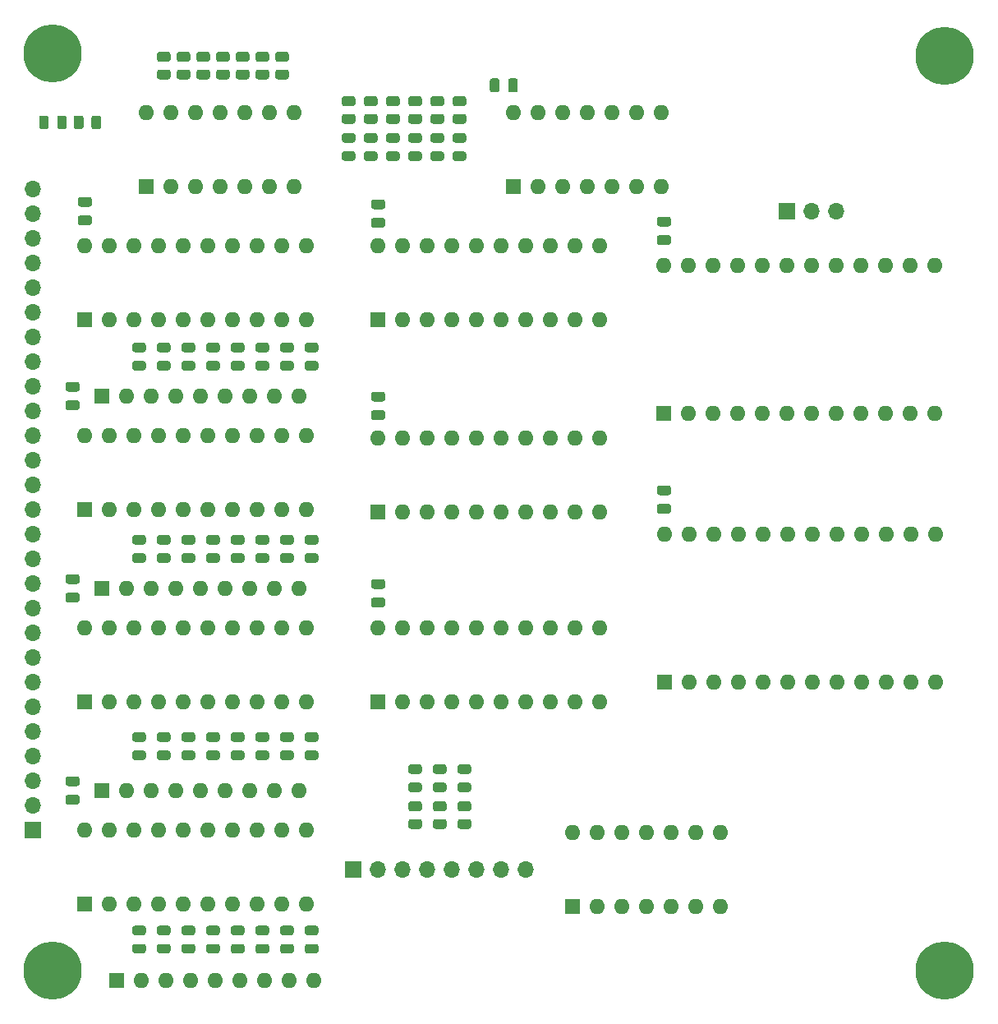
<source format=gbr>
%TF.GenerationSoftware,KiCad,Pcbnew,(5.1.10-1-10_14)*%
%TF.CreationDate,2021-07-31T09:22:51-04:00*%
%TF.ProjectId,register-smd,72656769-7374-4657-922d-736d642e6b69,rev?*%
%TF.SameCoordinates,Original*%
%TF.FileFunction,Soldermask,Top*%
%TF.FilePolarity,Negative*%
%FSLAX46Y46*%
G04 Gerber Fmt 4.6, Leading zero omitted, Abs format (unit mm)*
G04 Created by KiCad (PCBNEW (5.1.10-1-10_14)) date 2021-07-31 09:22:51*
%MOMM*%
%LPD*%
G01*
G04 APERTURE LIST*
%ADD10O,1.600000X1.600000*%
%ADD11R,1.600000X1.600000*%
%ADD12O,1.700000X1.700000*%
%ADD13R,1.700000X1.700000*%
%ADD14C,0.800000*%
%ADD15C,6.000000*%
G04 APERTURE END LIST*
D10*
%TO.C,RN2*%
X104394000Y-120396000D03*
X101854000Y-120396000D03*
X99314000Y-120396000D03*
X96774000Y-120396000D03*
X94234000Y-120396000D03*
X91694000Y-120396000D03*
X89154000Y-120396000D03*
X86614000Y-120396000D03*
D11*
X84074000Y-120396000D03*
%TD*%
%TO.C,R11*%
G36*
G01*
X112210001Y-90532000D02*
X111309999Y-90532000D01*
G75*
G02*
X111060000Y-90282001I0J249999D01*
G01*
X111060000Y-89756999D01*
G75*
G02*
X111309999Y-89507000I249999J0D01*
G01*
X112210001Y-89507000D01*
G75*
G02*
X112460000Y-89756999I0J-249999D01*
G01*
X112460000Y-90282001D01*
G75*
G02*
X112210001Y-90532000I-249999J0D01*
G01*
G37*
G36*
G01*
X112210001Y-92357000D02*
X111309999Y-92357000D01*
G75*
G02*
X111060000Y-92107001I0J249999D01*
G01*
X111060000Y-91581999D01*
G75*
G02*
X111309999Y-91332000I249999J0D01*
G01*
X112210001Y-91332000D01*
G75*
G02*
X112460000Y-91581999I0J-249999D01*
G01*
X112460000Y-92107001D01*
G75*
G02*
X112210001Y-92357000I-249999J0D01*
G01*
G37*
%TD*%
%TO.C,R10*%
G36*
G01*
X109924001Y-90532000D02*
X109023999Y-90532000D01*
G75*
G02*
X108774000Y-90282001I0J249999D01*
G01*
X108774000Y-89756999D01*
G75*
G02*
X109023999Y-89507000I249999J0D01*
G01*
X109924001Y-89507000D01*
G75*
G02*
X110174000Y-89756999I0J-249999D01*
G01*
X110174000Y-90282001D01*
G75*
G02*
X109924001Y-90532000I-249999J0D01*
G01*
G37*
G36*
G01*
X109924001Y-92357000D02*
X109023999Y-92357000D01*
G75*
G02*
X108774000Y-92107001I0J249999D01*
G01*
X108774000Y-91581999D01*
G75*
G02*
X109023999Y-91332000I249999J0D01*
G01*
X109924001Y-91332000D01*
G75*
G02*
X110174000Y-91581999I0J-249999D01*
G01*
X110174000Y-92107001D01*
G75*
G02*
X109924001Y-92357000I-249999J0D01*
G01*
G37*
%TD*%
%TO.C,D21*%
G36*
G01*
X111303750Y-95192000D02*
X112216250Y-95192000D01*
G75*
G02*
X112460000Y-95435750I0J-243750D01*
G01*
X112460000Y-95923250D01*
G75*
G02*
X112216250Y-96167000I-243750J0D01*
G01*
X111303750Y-96167000D01*
G75*
G02*
X111060000Y-95923250I0J243750D01*
G01*
X111060000Y-95435750D01*
G75*
G02*
X111303750Y-95192000I243750J0D01*
G01*
G37*
G36*
G01*
X111303750Y-93317000D02*
X112216250Y-93317000D01*
G75*
G02*
X112460000Y-93560750I0J-243750D01*
G01*
X112460000Y-94048250D01*
G75*
G02*
X112216250Y-94292000I-243750J0D01*
G01*
X111303750Y-94292000D01*
G75*
G02*
X111060000Y-94048250I0J243750D01*
G01*
X111060000Y-93560750D01*
G75*
G02*
X111303750Y-93317000I243750J0D01*
G01*
G37*
%TD*%
%TO.C,D20*%
G36*
G01*
X109025750Y-95192000D02*
X109938250Y-95192000D01*
G75*
G02*
X110182000Y-95435750I0J-243750D01*
G01*
X110182000Y-95923250D01*
G75*
G02*
X109938250Y-96167000I-243750J0D01*
G01*
X109025750Y-96167000D01*
G75*
G02*
X108782000Y-95923250I0J243750D01*
G01*
X108782000Y-95435750D01*
G75*
G02*
X109025750Y-95192000I243750J0D01*
G01*
G37*
G36*
G01*
X109025750Y-93317000D02*
X109938250Y-93317000D01*
G75*
G02*
X110182000Y-93560750I0J-243750D01*
G01*
X110182000Y-94048250D01*
G75*
G02*
X109938250Y-94292000I-243750J0D01*
G01*
X109025750Y-94292000D01*
G75*
G02*
X108782000Y-94048250I0J243750D01*
G01*
X108782000Y-93560750D01*
G75*
G02*
X109025750Y-93317000I243750J0D01*
G01*
G37*
%TD*%
%TO.C,D19*%
G36*
G01*
X88340250Y-115882000D02*
X87427750Y-115882000D01*
G75*
G02*
X87184000Y-115638250I0J243750D01*
G01*
X87184000Y-115150750D01*
G75*
G02*
X87427750Y-114907000I243750J0D01*
G01*
X88340250Y-114907000D01*
G75*
G02*
X88584000Y-115150750I0J-243750D01*
G01*
X88584000Y-115638250D01*
G75*
G02*
X88340250Y-115882000I-243750J0D01*
G01*
G37*
G36*
G01*
X88340250Y-117757000D02*
X87427750Y-117757000D01*
G75*
G02*
X87184000Y-117513250I0J243750D01*
G01*
X87184000Y-117025750D01*
G75*
G02*
X87427750Y-116782000I243750J0D01*
G01*
X88340250Y-116782000D01*
G75*
G02*
X88584000Y-117025750I0J-243750D01*
G01*
X88584000Y-117513250D01*
G75*
G02*
X88340250Y-117757000I-243750J0D01*
G01*
G37*
%TD*%
%TO.C,D18*%
G36*
G01*
X90880250Y-115882000D02*
X89967750Y-115882000D01*
G75*
G02*
X89724000Y-115638250I0J243750D01*
G01*
X89724000Y-115150750D01*
G75*
G02*
X89967750Y-114907000I243750J0D01*
G01*
X90880250Y-114907000D01*
G75*
G02*
X91124000Y-115150750I0J-243750D01*
G01*
X91124000Y-115638250D01*
G75*
G02*
X90880250Y-115882000I-243750J0D01*
G01*
G37*
G36*
G01*
X90880250Y-117757000D02*
X89967750Y-117757000D01*
G75*
G02*
X89724000Y-117513250I0J243750D01*
G01*
X89724000Y-117025750D01*
G75*
G02*
X89967750Y-116782000I243750J0D01*
G01*
X90880250Y-116782000D01*
G75*
G02*
X91124000Y-117025750I0J-243750D01*
G01*
X91124000Y-117513250D01*
G75*
G02*
X90880250Y-117757000I-243750J0D01*
G01*
G37*
%TD*%
%TO.C,D17*%
G36*
G01*
X93420250Y-115882000D02*
X92507750Y-115882000D01*
G75*
G02*
X92264000Y-115638250I0J243750D01*
G01*
X92264000Y-115150750D01*
G75*
G02*
X92507750Y-114907000I243750J0D01*
G01*
X93420250Y-114907000D01*
G75*
G02*
X93664000Y-115150750I0J-243750D01*
G01*
X93664000Y-115638250D01*
G75*
G02*
X93420250Y-115882000I-243750J0D01*
G01*
G37*
G36*
G01*
X93420250Y-117757000D02*
X92507750Y-117757000D01*
G75*
G02*
X92264000Y-117513250I0J243750D01*
G01*
X92264000Y-117025750D01*
G75*
G02*
X92507750Y-116782000I243750J0D01*
G01*
X93420250Y-116782000D01*
G75*
G02*
X93664000Y-117025750I0J-243750D01*
G01*
X93664000Y-117513250D01*
G75*
G02*
X93420250Y-117757000I-243750J0D01*
G01*
G37*
%TD*%
%TO.C,D16*%
G36*
G01*
X95960250Y-115882000D02*
X95047750Y-115882000D01*
G75*
G02*
X94804000Y-115638250I0J243750D01*
G01*
X94804000Y-115150750D01*
G75*
G02*
X95047750Y-114907000I243750J0D01*
G01*
X95960250Y-114907000D01*
G75*
G02*
X96204000Y-115150750I0J-243750D01*
G01*
X96204000Y-115638250D01*
G75*
G02*
X95960250Y-115882000I-243750J0D01*
G01*
G37*
G36*
G01*
X95960250Y-117757000D02*
X95047750Y-117757000D01*
G75*
G02*
X94804000Y-117513250I0J243750D01*
G01*
X94804000Y-117025750D01*
G75*
G02*
X95047750Y-116782000I243750J0D01*
G01*
X95960250Y-116782000D01*
G75*
G02*
X96204000Y-117025750I0J-243750D01*
G01*
X96204000Y-117513250D01*
G75*
G02*
X95960250Y-117757000I-243750J0D01*
G01*
G37*
%TD*%
%TO.C,D15*%
G36*
G01*
X98500250Y-115882000D02*
X97587750Y-115882000D01*
G75*
G02*
X97344000Y-115638250I0J243750D01*
G01*
X97344000Y-115150750D01*
G75*
G02*
X97587750Y-114907000I243750J0D01*
G01*
X98500250Y-114907000D01*
G75*
G02*
X98744000Y-115150750I0J-243750D01*
G01*
X98744000Y-115638250D01*
G75*
G02*
X98500250Y-115882000I-243750J0D01*
G01*
G37*
G36*
G01*
X98500250Y-117757000D02*
X97587750Y-117757000D01*
G75*
G02*
X97344000Y-117513250I0J243750D01*
G01*
X97344000Y-117025750D01*
G75*
G02*
X97587750Y-116782000I243750J0D01*
G01*
X98500250Y-116782000D01*
G75*
G02*
X98744000Y-117025750I0J-243750D01*
G01*
X98744000Y-117513250D01*
G75*
G02*
X98500250Y-117757000I-243750J0D01*
G01*
G37*
%TD*%
%TO.C,D14*%
G36*
G01*
X101040250Y-115882000D02*
X100127750Y-115882000D01*
G75*
G02*
X99884000Y-115638250I0J243750D01*
G01*
X99884000Y-115150750D01*
G75*
G02*
X100127750Y-114907000I243750J0D01*
G01*
X101040250Y-114907000D01*
G75*
G02*
X101284000Y-115150750I0J-243750D01*
G01*
X101284000Y-115638250D01*
G75*
G02*
X101040250Y-115882000I-243750J0D01*
G01*
G37*
G36*
G01*
X101040250Y-117757000D02*
X100127750Y-117757000D01*
G75*
G02*
X99884000Y-117513250I0J243750D01*
G01*
X99884000Y-117025750D01*
G75*
G02*
X100127750Y-116782000I243750J0D01*
G01*
X101040250Y-116782000D01*
G75*
G02*
X101284000Y-117025750I0J-243750D01*
G01*
X101284000Y-117513250D01*
G75*
G02*
X101040250Y-117757000I-243750J0D01*
G01*
G37*
%TD*%
%TO.C,D13*%
G36*
G01*
X103580250Y-115882000D02*
X102667750Y-115882000D01*
G75*
G02*
X102424000Y-115638250I0J243750D01*
G01*
X102424000Y-115150750D01*
G75*
G02*
X102667750Y-114907000I243750J0D01*
G01*
X103580250Y-114907000D01*
G75*
G02*
X103824000Y-115150750I0J-243750D01*
G01*
X103824000Y-115638250D01*
G75*
G02*
X103580250Y-115882000I-243750J0D01*
G01*
G37*
G36*
G01*
X103580250Y-117757000D02*
X102667750Y-117757000D01*
G75*
G02*
X102424000Y-117513250I0J243750D01*
G01*
X102424000Y-117025750D01*
G75*
G02*
X102667750Y-116782000I243750J0D01*
G01*
X103580250Y-116782000D01*
G75*
G02*
X103824000Y-117025750I0J-243750D01*
G01*
X103824000Y-117513250D01*
G75*
G02*
X103580250Y-117757000I-243750J0D01*
G01*
G37*
%TD*%
%TO.C,D12*%
G36*
G01*
X106120250Y-115882000D02*
X105207750Y-115882000D01*
G75*
G02*
X104964000Y-115638250I0J243750D01*
G01*
X104964000Y-115150750D01*
G75*
G02*
X105207750Y-114907000I243750J0D01*
G01*
X106120250Y-114907000D01*
G75*
G02*
X106364000Y-115150750I0J-243750D01*
G01*
X106364000Y-115638250D01*
G75*
G02*
X106120250Y-115882000I-243750J0D01*
G01*
G37*
G36*
G01*
X106120250Y-117757000D02*
X105207750Y-117757000D01*
G75*
G02*
X104964000Y-117513250I0J243750D01*
G01*
X104964000Y-117025750D01*
G75*
G02*
X105207750Y-116782000I243750J0D01*
G01*
X106120250Y-116782000D01*
G75*
G02*
X106364000Y-117025750I0J-243750D01*
G01*
X106364000Y-117513250D01*
G75*
G02*
X106120250Y-117757000I-243750J0D01*
G01*
G37*
%TD*%
D10*
%TO.C,RN3*%
X104394000Y-140208000D03*
X101854000Y-140208000D03*
X99314000Y-140208000D03*
X96774000Y-140208000D03*
X94234000Y-140208000D03*
X91694000Y-140208000D03*
X89154000Y-140208000D03*
X86614000Y-140208000D03*
D11*
X84074000Y-140208000D03*
%TD*%
%TO.C,R14*%
G36*
G01*
X116782001Y-90532000D02*
X115881999Y-90532000D01*
G75*
G02*
X115632000Y-90282001I0J249999D01*
G01*
X115632000Y-89756999D01*
G75*
G02*
X115881999Y-89507000I249999J0D01*
G01*
X116782001Y-89507000D01*
G75*
G02*
X117032000Y-89756999I0J-249999D01*
G01*
X117032000Y-90282001D01*
G75*
G02*
X116782001Y-90532000I-249999J0D01*
G01*
G37*
G36*
G01*
X116782001Y-92357000D02*
X115881999Y-92357000D01*
G75*
G02*
X115632000Y-92107001I0J249999D01*
G01*
X115632000Y-91581999D01*
G75*
G02*
X115881999Y-91332000I249999J0D01*
G01*
X116782001Y-91332000D01*
G75*
G02*
X117032000Y-91581999I0J-249999D01*
G01*
X117032000Y-92107001D01*
G75*
G02*
X116782001Y-92357000I-249999J0D01*
G01*
G37*
%TD*%
%TO.C,R13*%
G36*
G01*
X114496001Y-90532000D02*
X113595999Y-90532000D01*
G75*
G02*
X113346000Y-90282001I0J249999D01*
G01*
X113346000Y-89756999D01*
G75*
G02*
X113595999Y-89507000I249999J0D01*
G01*
X114496001Y-89507000D01*
G75*
G02*
X114746000Y-89756999I0J-249999D01*
G01*
X114746000Y-90282001D01*
G75*
G02*
X114496001Y-90532000I-249999J0D01*
G01*
G37*
G36*
G01*
X114496001Y-92357000D02*
X113595999Y-92357000D01*
G75*
G02*
X113346000Y-92107001I0J249999D01*
G01*
X113346000Y-91581999D01*
G75*
G02*
X113595999Y-91332000I249999J0D01*
G01*
X114496001Y-91332000D01*
G75*
G02*
X114746000Y-91581999I0J-249999D01*
G01*
X114746000Y-92107001D01*
G75*
G02*
X114496001Y-92357000I-249999J0D01*
G01*
G37*
%TD*%
%TO.C,D31*%
G36*
G01*
X115875750Y-95192000D02*
X116788250Y-95192000D01*
G75*
G02*
X117032000Y-95435750I0J-243750D01*
G01*
X117032000Y-95923250D01*
G75*
G02*
X116788250Y-96167000I-243750J0D01*
G01*
X115875750Y-96167000D01*
G75*
G02*
X115632000Y-95923250I0J243750D01*
G01*
X115632000Y-95435750D01*
G75*
G02*
X115875750Y-95192000I243750J0D01*
G01*
G37*
G36*
G01*
X115875750Y-93317000D02*
X116788250Y-93317000D01*
G75*
G02*
X117032000Y-93560750I0J-243750D01*
G01*
X117032000Y-94048250D01*
G75*
G02*
X116788250Y-94292000I-243750J0D01*
G01*
X115875750Y-94292000D01*
G75*
G02*
X115632000Y-94048250I0J243750D01*
G01*
X115632000Y-93560750D01*
G75*
G02*
X115875750Y-93317000I243750J0D01*
G01*
G37*
%TD*%
%TO.C,D30*%
G36*
G01*
X113589750Y-95192000D02*
X114502250Y-95192000D01*
G75*
G02*
X114746000Y-95435750I0J-243750D01*
G01*
X114746000Y-95923250D01*
G75*
G02*
X114502250Y-96167000I-243750J0D01*
G01*
X113589750Y-96167000D01*
G75*
G02*
X113346000Y-95923250I0J243750D01*
G01*
X113346000Y-95435750D01*
G75*
G02*
X113589750Y-95192000I243750J0D01*
G01*
G37*
G36*
G01*
X113589750Y-93317000D02*
X114502250Y-93317000D01*
G75*
G02*
X114746000Y-93560750I0J-243750D01*
G01*
X114746000Y-94048250D01*
G75*
G02*
X114502250Y-94292000I-243750J0D01*
G01*
X113589750Y-94292000D01*
G75*
G02*
X113346000Y-94048250I0J243750D01*
G01*
X113346000Y-93560750D01*
G75*
G02*
X113589750Y-93317000I243750J0D01*
G01*
G37*
%TD*%
%TO.C,D29*%
G36*
G01*
X88340250Y-135694000D02*
X87427750Y-135694000D01*
G75*
G02*
X87184000Y-135450250I0J243750D01*
G01*
X87184000Y-134962750D01*
G75*
G02*
X87427750Y-134719000I243750J0D01*
G01*
X88340250Y-134719000D01*
G75*
G02*
X88584000Y-134962750I0J-243750D01*
G01*
X88584000Y-135450250D01*
G75*
G02*
X88340250Y-135694000I-243750J0D01*
G01*
G37*
G36*
G01*
X88340250Y-137569000D02*
X87427750Y-137569000D01*
G75*
G02*
X87184000Y-137325250I0J243750D01*
G01*
X87184000Y-136837750D01*
G75*
G02*
X87427750Y-136594000I243750J0D01*
G01*
X88340250Y-136594000D01*
G75*
G02*
X88584000Y-136837750I0J-243750D01*
G01*
X88584000Y-137325250D01*
G75*
G02*
X88340250Y-137569000I-243750J0D01*
G01*
G37*
%TD*%
%TO.C,D28*%
G36*
G01*
X90880250Y-135694000D02*
X89967750Y-135694000D01*
G75*
G02*
X89724000Y-135450250I0J243750D01*
G01*
X89724000Y-134962750D01*
G75*
G02*
X89967750Y-134719000I243750J0D01*
G01*
X90880250Y-134719000D01*
G75*
G02*
X91124000Y-134962750I0J-243750D01*
G01*
X91124000Y-135450250D01*
G75*
G02*
X90880250Y-135694000I-243750J0D01*
G01*
G37*
G36*
G01*
X90880250Y-137569000D02*
X89967750Y-137569000D01*
G75*
G02*
X89724000Y-137325250I0J243750D01*
G01*
X89724000Y-136837750D01*
G75*
G02*
X89967750Y-136594000I243750J0D01*
G01*
X90880250Y-136594000D01*
G75*
G02*
X91124000Y-136837750I0J-243750D01*
G01*
X91124000Y-137325250D01*
G75*
G02*
X90880250Y-137569000I-243750J0D01*
G01*
G37*
%TD*%
%TO.C,D27*%
G36*
G01*
X93420250Y-135694000D02*
X92507750Y-135694000D01*
G75*
G02*
X92264000Y-135450250I0J243750D01*
G01*
X92264000Y-134962750D01*
G75*
G02*
X92507750Y-134719000I243750J0D01*
G01*
X93420250Y-134719000D01*
G75*
G02*
X93664000Y-134962750I0J-243750D01*
G01*
X93664000Y-135450250D01*
G75*
G02*
X93420250Y-135694000I-243750J0D01*
G01*
G37*
G36*
G01*
X93420250Y-137569000D02*
X92507750Y-137569000D01*
G75*
G02*
X92264000Y-137325250I0J243750D01*
G01*
X92264000Y-136837750D01*
G75*
G02*
X92507750Y-136594000I243750J0D01*
G01*
X93420250Y-136594000D01*
G75*
G02*
X93664000Y-136837750I0J-243750D01*
G01*
X93664000Y-137325250D01*
G75*
G02*
X93420250Y-137569000I-243750J0D01*
G01*
G37*
%TD*%
%TO.C,D26*%
G36*
G01*
X95960250Y-135694000D02*
X95047750Y-135694000D01*
G75*
G02*
X94804000Y-135450250I0J243750D01*
G01*
X94804000Y-134962750D01*
G75*
G02*
X95047750Y-134719000I243750J0D01*
G01*
X95960250Y-134719000D01*
G75*
G02*
X96204000Y-134962750I0J-243750D01*
G01*
X96204000Y-135450250D01*
G75*
G02*
X95960250Y-135694000I-243750J0D01*
G01*
G37*
G36*
G01*
X95960250Y-137569000D02*
X95047750Y-137569000D01*
G75*
G02*
X94804000Y-137325250I0J243750D01*
G01*
X94804000Y-136837750D01*
G75*
G02*
X95047750Y-136594000I243750J0D01*
G01*
X95960250Y-136594000D01*
G75*
G02*
X96204000Y-136837750I0J-243750D01*
G01*
X96204000Y-137325250D01*
G75*
G02*
X95960250Y-137569000I-243750J0D01*
G01*
G37*
%TD*%
%TO.C,D25*%
G36*
G01*
X98500250Y-135694000D02*
X97587750Y-135694000D01*
G75*
G02*
X97344000Y-135450250I0J243750D01*
G01*
X97344000Y-134962750D01*
G75*
G02*
X97587750Y-134719000I243750J0D01*
G01*
X98500250Y-134719000D01*
G75*
G02*
X98744000Y-134962750I0J-243750D01*
G01*
X98744000Y-135450250D01*
G75*
G02*
X98500250Y-135694000I-243750J0D01*
G01*
G37*
G36*
G01*
X98500250Y-137569000D02*
X97587750Y-137569000D01*
G75*
G02*
X97344000Y-137325250I0J243750D01*
G01*
X97344000Y-136837750D01*
G75*
G02*
X97587750Y-136594000I243750J0D01*
G01*
X98500250Y-136594000D01*
G75*
G02*
X98744000Y-136837750I0J-243750D01*
G01*
X98744000Y-137325250D01*
G75*
G02*
X98500250Y-137569000I-243750J0D01*
G01*
G37*
%TD*%
%TO.C,D24*%
G36*
G01*
X101040250Y-135694000D02*
X100127750Y-135694000D01*
G75*
G02*
X99884000Y-135450250I0J243750D01*
G01*
X99884000Y-134962750D01*
G75*
G02*
X100127750Y-134719000I243750J0D01*
G01*
X101040250Y-134719000D01*
G75*
G02*
X101284000Y-134962750I0J-243750D01*
G01*
X101284000Y-135450250D01*
G75*
G02*
X101040250Y-135694000I-243750J0D01*
G01*
G37*
G36*
G01*
X101040250Y-137569000D02*
X100127750Y-137569000D01*
G75*
G02*
X99884000Y-137325250I0J243750D01*
G01*
X99884000Y-136837750D01*
G75*
G02*
X100127750Y-136594000I243750J0D01*
G01*
X101040250Y-136594000D01*
G75*
G02*
X101284000Y-136837750I0J-243750D01*
G01*
X101284000Y-137325250D01*
G75*
G02*
X101040250Y-137569000I-243750J0D01*
G01*
G37*
%TD*%
%TO.C,D23*%
G36*
G01*
X103580250Y-135694000D02*
X102667750Y-135694000D01*
G75*
G02*
X102424000Y-135450250I0J243750D01*
G01*
X102424000Y-134962750D01*
G75*
G02*
X102667750Y-134719000I243750J0D01*
G01*
X103580250Y-134719000D01*
G75*
G02*
X103824000Y-134962750I0J-243750D01*
G01*
X103824000Y-135450250D01*
G75*
G02*
X103580250Y-135694000I-243750J0D01*
G01*
G37*
G36*
G01*
X103580250Y-137569000D02*
X102667750Y-137569000D01*
G75*
G02*
X102424000Y-137325250I0J243750D01*
G01*
X102424000Y-136837750D01*
G75*
G02*
X102667750Y-136594000I243750J0D01*
G01*
X103580250Y-136594000D01*
G75*
G02*
X103824000Y-136837750I0J-243750D01*
G01*
X103824000Y-137325250D01*
G75*
G02*
X103580250Y-137569000I-243750J0D01*
G01*
G37*
%TD*%
%TO.C,D22*%
G36*
G01*
X106120250Y-135694000D02*
X105207750Y-135694000D01*
G75*
G02*
X104964000Y-135450250I0J243750D01*
G01*
X104964000Y-134962750D01*
G75*
G02*
X105207750Y-134719000I243750J0D01*
G01*
X106120250Y-134719000D01*
G75*
G02*
X106364000Y-134962750I0J-243750D01*
G01*
X106364000Y-135450250D01*
G75*
G02*
X106120250Y-135694000I-243750J0D01*
G01*
G37*
G36*
G01*
X106120250Y-137569000D02*
X105207750Y-137569000D01*
G75*
G02*
X104964000Y-137325250I0J243750D01*
G01*
X104964000Y-136837750D01*
G75*
G02*
X105207750Y-136594000I243750J0D01*
G01*
X106120250Y-136594000D01*
G75*
G02*
X106364000Y-136837750I0J-243750D01*
G01*
X106364000Y-137325250D01*
G75*
G02*
X106120250Y-137569000I-243750J0D01*
G01*
G37*
%TD*%
D10*
%TO.C,RN4*%
X104394000Y-161036000D03*
X101854000Y-161036000D03*
X99314000Y-161036000D03*
X96774000Y-161036000D03*
X94234000Y-161036000D03*
X91694000Y-161036000D03*
X89154000Y-161036000D03*
X86614000Y-161036000D03*
D11*
X84074000Y-161036000D03*
%TD*%
%TO.C,R17*%
G36*
G01*
X81125000Y-92652001D02*
X81125000Y-91751999D01*
G75*
G02*
X81374999Y-91502000I249999J0D01*
G01*
X81900001Y-91502000D01*
G75*
G02*
X82150000Y-91751999I0J-249999D01*
G01*
X82150000Y-92652001D01*
G75*
G02*
X81900001Y-92902000I-249999J0D01*
G01*
X81374999Y-92902000D01*
G75*
G02*
X81125000Y-92652001I0J249999D01*
G01*
G37*
G36*
G01*
X82950000Y-92652001D02*
X82950000Y-91751999D01*
G75*
G02*
X83199999Y-91502000I249999J0D01*
G01*
X83725001Y-91502000D01*
G75*
G02*
X83975000Y-91751999I0J-249999D01*
G01*
X83975000Y-92652001D01*
G75*
G02*
X83725001Y-92902000I-249999J0D01*
G01*
X83199999Y-92902000D01*
G75*
G02*
X82950000Y-92652001I0J249999D01*
G01*
G37*
%TD*%
%TO.C,R16*%
G36*
G01*
X121354001Y-90532000D02*
X120453999Y-90532000D01*
G75*
G02*
X120204000Y-90282001I0J249999D01*
G01*
X120204000Y-89756999D01*
G75*
G02*
X120453999Y-89507000I249999J0D01*
G01*
X121354001Y-89507000D01*
G75*
G02*
X121604000Y-89756999I0J-249999D01*
G01*
X121604000Y-90282001D01*
G75*
G02*
X121354001Y-90532000I-249999J0D01*
G01*
G37*
G36*
G01*
X121354001Y-92357000D02*
X120453999Y-92357000D01*
G75*
G02*
X120204000Y-92107001I0J249999D01*
G01*
X120204000Y-91581999D01*
G75*
G02*
X120453999Y-91332000I249999J0D01*
G01*
X121354001Y-91332000D01*
G75*
G02*
X121604000Y-91581999I0J-249999D01*
G01*
X121604000Y-92107001D01*
G75*
G02*
X121354001Y-92357000I-249999J0D01*
G01*
G37*
%TD*%
%TO.C,R15*%
G36*
G01*
X119068001Y-90532000D02*
X118167999Y-90532000D01*
G75*
G02*
X117918000Y-90282001I0J249999D01*
G01*
X117918000Y-89756999D01*
G75*
G02*
X118167999Y-89507000I249999J0D01*
G01*
X119068001Y-89507000D01*
G75*
G02*
X119318000Y-89756999I0J-249999D01*
G01*
X119318000Y-90282001D01*
G75*
G02*
X119068001Y-90532000I-249999J0D01*
G01*
G37*
G36*
G01*
X119068001Y-92357000D02*
X118167999Y-92357000D01*
G75*
G02*
X117918000Y-92107001I0J249999D01*
G01*
X117918000Y-91581999D01*
G75*
G02*
X118167999Y-91332000I249999J0D01*
G01*
X119068001Y-91332000D01*
G75*
G02*
X119318000Y-91581999I0J-249999D01*
G01*
X119318000Y-92107001D01*
G75*
G02*
X119068001Y-92357000I-249999J0D01*
G01*
G37*
%TD*%
%TO.C,D42*%
G36*
G01*
X80419000Y-91745750D02*
X80419000Y-92658250D01*
G75*
G02*
X80175250Y-92902000I-243750J0D01*
G01*
X79687750Y-92902000D01*
G75*
G02*
X79444000Y-92658250I0J243750D01*
G01*
X79444000Y-91745750D01*
G75*
G02*
X79687750Y-91502000I243750J0D01*
G01*
X80175250Y-91502000D01*
G75*
G02*
X80419000Y-91745750I0J-243750D01*
G01*
G37*
G36*
G01*
X78544000Y-91745750D02*
X78544000Y-92658250D01*
G75*
G02*
X78300250Y-92902000I-243750J0D01*
G01*
X77812750Y-92902000D01*
G75*
G02*
X77569000Y-92658250I0J243750D01*
G01*
X77569000Y-91745750D01*
G75*
G02*
X77812750Y-91502000I243750J0D01*
G01*
X78300250Y-91502000D01*
G75*
G02*
X78544000Y-91745750I0J-243750D01*
G01*
G37*
%TD*%
%TO.C,D41*%
G36*
G01*
X120447750Y-95192000D02*
X121360250Y-95192000D01*
G75*
G02*
X121604000Y-95435750I0J-243750D01*
G01*
X121604000Y-95923250D01*
G75*
G02*
X121360250Y-96167000I-243750J0D01*
G01*
X120447750Y-96167000D01*
G75*
G02*
X120204000Y-95923250I0J243750D01*
G01*
X120204000Y-95435750D01*
G75*
G02*
X120447750Y-95192000I243750J0D01*
G01*
G37*
G36*
G01*
X120447750Y-93317000D02*
X121360250Y-93317000D01*
G75*
G02*
X121604000Y-93560750I0J-243750D01*
G01*
X121604000Y-94048250D01*
G75*
G02*
X121360250Y-94292000I-243750J0D01*
G01*
X120447750Y-94292000D01*
G75*
G02*
X120204000Y-94048250I0J243750D01*
G01*
X120204000Y-93560750D01*
G75*
G02*
X120447750Y-93317000I243750J0D01*
G01*
G37*
%TD*%
%TO.C,D40*%
G36*
G01*
X118161750Y-95192000D02*
X119074250Y-95192000D01*
G75*
G02*
X119318000Y-95435750I0J-243750D01*
G01*
X119318000Y-95923250D01*
G75*
G02*
X119074250Y-96167000I-243750J0D01*
G01*
X118161750Y-96167000D01*
G75*
G02*
X117918000Y-95923250I0J243750D01*
G01*
X117918000Y-95435750D01*
G75*
G02*
X118161750Y-95192000I243750J0D01*
G01*
G37*
G36*
G01*
X118161750Y-93317000D02*
X119074250Y-93317000D01*
G75*
G02*
X119318000Y-93560750I0J-243750D01*
G01*
X119318000Y-94048250D01*
G75*
G02*
X119074250Y-94292000I-243750J0D01*
G01*
X118161750Y-94292000D01*
G75*
G02*
X117918000Y-94048250I0J243750D01*
G01*
X117918000Y-93560750D01*
G75*
G02*
X118161750Y-93317000I243750J0D01*
G01*
G37*
%TD*%
%TO.C,D39*%
G36*
G01*
X88340250Y-156014000D02*
X87427750Y-156014000D01*
G75*
G02*
X87184000Y-155770250I0J243750D01*
G01*
X87184000Y-155282750D01*
G75*
G02*
X87427750Y-155039000I243750J0D01*
G01*
X88340250Y-155039000D01*
G75*
G02*
X88584000Y-155282750I0J-243750D01*
G01*
X88584000Y-155770250D01*
G75*
G02*
X88340250Y-156014000I-243750J0D01*
G01*
G37*
G36*
G01*
X88340250Y-157889000D02*
X87427750Y-157889000D01*
G75*
G02*
X87184000Y-157645250I0J243750D01*
G01*
X87184000Y-157157750D01*
G75*
G02*
X87427750Y-156914000I243750J0D01*
G01*
X88340250Y-156914000D01*
G75*
G02*
X88584000Y-157157750I0J-243750D01*
G01*
X88584000Y-157645250D01*
G75*
G02*
X88340250Y-157889000I-243750J0D01*
G01*
G37*
%TD*%
%TO.C,D38*%
G36*
G01*
X90880250Y-156014000D02*
X89967750Y-156014000D01*
G75*
G02*
X89724000Y-155770250I0J243750D01*
G01*
X89724000Y-155282750D01*
G75*
G02*
X89967750Y-155039000I243750J0D01*
G01*
X90880250Y-155039000D01*
G75*
G02*
X91124000Y-155282750I0J-243750D01*
G01*
X91124000Y-155770250D01*
G75*
G02*
X90880250Y-156014000I-243750J0D01*
G01*
G37*
G36*
G01*
X90880250Y-157889000D02*
X89967750Y-157889000D01*
G75*
G02*
X89724000Y-157645250I0J243750D01*
G01*
X89724000Y-157157750D01*
G75*
G02*
X89967750Y-156914000I243750J0D01*
G01*
X90880250Y-156914000D01*
G75*
G02*
X91124000Y-157157750I0J-243750D01*
G01*
X91124000Y-157645250D01*
G75*
G02*
X90880250Y-157889000I-243750J0D01*
G01*
G37*
%TD*%
%TO.C,D37*%
G36*
G01*
X93420250Y-156014000D02*
X92507750Y-156014000D01*
G75*
G02*
X92264000Y-155770250I0J243750D01*
G01*
X92264000Y-155282750D01*
G75*
G02*
X92507750Y-155039000I243750J0D01*
G01*
X93420250Y-155039000D01*
G75*
G02*
X93664000Y-155282750I0J-243750D01*
G01*
X93664000Y-155770250D01*
G75*
G02*
X93420250Y-156014000I-243750J0D01*
G01*
G37*
G36*
G01*
X93420250Y-157889000D02*
X92507750Y-157889000D01*
G75*
G02*
X92264000Y-157645250I0J243750D01*
G01*
X92264000Y-157157750D01*
G75*
G02*
X92507750Y-156914000I243750J0D01*
G01*
X93420250Y-156914000D01*
G75*
G02*
X93664000Y-157157750I0J-243750D01*
G01*
X93664000Y-157645250D01*
G75*
G02*
X93420250Y-157889000I-243750J0D01*
G01*
G37*
%TD*%
%TO.C,D36*%
G36*
G01*
X95960250Y-156014000D02*
X95047750Y-156014000D01*
G75*
G02*
X94804000Y-155770250I0J243750D01*
G01*
X94804000Y-155282750D01*
G75*
G02*
X95047750Y-155039000I243750J0D01*
G01*
X95960250Y-155039000D01*
G75*
G02*
X96204000Y-155282750I0J-243750D01*
G01*
X96204000Y-155770250D01*
G75*
G02*
X95960250Y-156014000I-243750J0D01*
G01*
G37*
G36*
G01*
X95960250Y-157889000D02*
X95047750Y-157889000D01*
G75*
G02*
X94804000Y-157645250I0J243750D01*
G01*
X94804000Y-157157750D01*
G75*
G02*
X95047750Y-156914000I243750J0D01*
G01*
X95960250Y-156914000D01*
G75*
G02*
X96204000Y-157157750I0J-243750D01*
G01*
X96204000Y-157645250D01*
G75*
G02*
X95960250Y-157889000I-243750J0D01*
G01*
G37*
%TD*%
%TO.C,D35*%
G36*
G01*
X98500250Y-156014000D02*
X97587750Y-156014000D01*
G75*
G02*
X97344000Y-155770250I0J243750D01*
G01*
X97344000Y-155282750D01*
G75*
G02*
X97587750Y-155039000I243750J0D01*
G01*
X98500250Y-155039000D01*
G75*
G02*
X98744000Y-155282750I0J-243750D01*
G01*
X98744000Y-155770250D01*
G75*
G02*
X98500250Y-156014000I-243750J0D01*
G01*
G37*
G36*
G01*
X98500250Y-157889000D02*
X97587750Y-157889000D01*
G75*
G02*
X97344000Y-157645250I0J243750D01*
G01*
X97344000Y-157157750D01*
G75*
G02*
X97587750Y-156914000I243750J0D01*
G01*
X98500250Y-156914000D01*
G75*
G02*
X98744000Y-157157750I0J-243750D01*
G01*
X98744000Y-157645250D01*
G75*
G02*
X98500250Y-157889000I-243750J0D01*
G01*
G37*
%TD*%
%TO.C,D34*%
G36*
G01*
X101040250Y-156014000D02*
X100127750Y-156014000D01*
G75*
G02*
X99884000Y-155770250I0J243750D01*
G01*
X99884000Y-155282750D01*
G75*
G02*
X100127750Y-155039000I243750J0D01*
G01*
X101040250Y-155039000D01*
G75*
G02*
X101284000Y-155282750I0J-243750D01*
G01*
X101284000Y-155770250D01*
G75*
G02*
X101040250Y-156014000I-243750J0D01*
G01*
G37*
G36*
G01*
X101040250Y-157889000D02*
X100127750Y-157889000D01*
G75*
G02*
X99884000Y-157645250I0J243750D01*
G01*
X99884000Y-157157750D01*
G75*
G02*
X100127750Y-156914000I243750J0D01*
G01*
X101040250Y-156914000D01*
G75*
G02*
X101284000Y-157157750I0J-243750D01*
G01*
X101284000Y-157645250D01*
G75*
G02*
X101040250Y-157889000I-243750J0D01*
G01*
G37*
%TD*%
%TO.C,D33*%
G36*
G01*
X103580250Y-156014000D02*
X102667750Y-156014000D01*
G75*
G02*
X102424000Y-155770250I0J243750D01*
G01*
X102424000Y-155282750D01*
G75*
G02*
X102667750Y-155039000I243750J0D01*
G01*
X103580250Y-155039000D01*
G75*
G02*
X103824000Y-155282750I0J-243750D01*
G01*
X103824000Y-155770250D01*
G75*
G02*
X103580250Y-156014000I-243750J0D01*
G01*
G37*
G36*
G01*
X103580250Y-157889000D02*
X102667750Y-157889000D01*
G75*
G02*
X102424000Y-157645250I0J243750D01*
G01*
X102424000Y-157157750D01*
G75*
G02*
X102667750Y-156914000I243750J0D01*
G01*
X103580250Y-156914000D01*
G75*
G02*
X103824000Y-157157750I0J-243750D01*
G01*
X103824000Y-157645250D01*
G75*
G02*
X103580250Y-157889000I-243750J0D01*
G01*
G37*
%TD*%
%TO.C,D32*%
G36*
G01*
X106120250Y-156014000D02*
X105207750Y-156014000D01*
G75*
G02*
X104964000Y-155770250I0J243750D01*
G01*
X104964000Y-155282750D01*
G75*
G02*
X105207750Y-155039000I243750J0D01*
G01*
X106120250Y-155039000D01*
G75*
G02*
X106364000Y-155282750I0J-243750D01*
G01*
X106364000Y-155770250D01*
G75*
G02*
X106120250Y-156014000I-243750J0D01*
G01*
G37*
G36*
G01*
X106120250Y-157889000D02*
X105207750Y-157889000D01*
G75*
G02*
X104964000Y-157645250I0J243750D01*
G01*
X104964000Y-157157750D01*
G75*
G02*
X105207750Y-156914000I243750J0D01*
G01*
X106120250Y-156914000D01*
G75*
G02*
X106364000Y-157157750I0J-243750D01*
G01*
X106364000Y-157645250D01*
G75*
G02*
X106120250Y-157889000I-243750J0D01*
G01*
G37*
%TD*%
D10*
%TO.C,RN1*%
X105918000Y-180594000D03*
X103378000Y-180594000D03*
X100838000Y-180594000D03*
X98298000Y-180594000D03*
X95758000Y-180594000D03*
X93218000Y-180594000D03*
X90678000Y-180594000D03*
X88138000Y-180594000D03*
D11*
X85598000Y-180594000D03*
%TD*%
%TO.C,R9*%
G36*
G01*
X115881999Y-163976000D02*
X116782001Y-163976000D01*
G75*
G02*
X117032000Y-164225999I0J-249999D01*
G01*
X117032000Y-164751001D01*
G75*
G02*
X116782001Y-165001000I-249999J0D01*
G01*
X115881999Y-165001000D01*
G75*
G02*
X115632000Y-164751001I0J249999D01*
G01*
X115632000Y-164225999D01*
G75*
G02*
X115881999Y-163976000I249999J0D01*
G01*
G37*
G36*
G01*
X115881999Y-162151000D02*
X116782001Y-162151000D01*
G75*
G02*
X117032000Y-162400999I0J-249999D01*
G01*
X117032000Y-162926001D01*
G75*
G02*
X116782001Y-163176000I-249999J0D01*
G01*
X115881999Y-163176000D01*
G75*
G02*
X115632000Y-162926001I0J249999D01*
G01*
X115632000Y-162400999D01*
G75*
G02*
X115881999Y-162151000I249999J0D01*
G01*
G37*
%TD*%
%TO.C,R8*%
G36*
G01*
X120961999Y-163976000D02*
X121862001Y-163976000D01*
G75*
G02*
X122112000Y-164225999I0J-249999D01*
G01*
X122112000Y-164751001D01*
G75*
G02*
X121862001Y-165001000I-249999J0D01*
G01*
X120961999Y-165001000D01*
G75*
G02*
X120712000Y-164751001I0J249999D01*
G01*
X120712000Y-164225999D01*
G75*
G02*
X120961999Y-163976000I249999J0D01*
G01*
G37*
G36*
G01*
X120961999Y-162151000D02*
X121862001Y-162151000D01*
G75*
G02*
X122112000Y-162400999I0J-249999D01*
G01*
X122112000Y-162926001D01*
G75*
G02*
X121862001Y-163176000I-249999J0D01*
G01*
X120961999Y-163176000D01*
G75*
G02*
X120712000Y-162926001I0J249999D01*
G01*
X120712000Y-162400999D01*
G75*
G02*
X120961999Y-162151000I249999J0D01*
G01*
G37*
%TD*%
%TO.C,R7*%
G36*
G01*
X118421999Y-163976000D02*
X119322001Y-163976000D01*
G75*
G02*
X119572000Y-164225999I0J-249999D01*
G01*
X119572000Y-164751001D01*
G75*
G02*
X119322001Y-165001000I-249999J0D01*
G01*
X118421999Y-165001000D01*
G75*
G02*
X118172000Y-164751001I0J249999D01*
G01*
X118172000Y-164225999D01*
G75*
G02*
X118421999Y-163976000I249999J0D01*
G01*
G37*
G36*
G01*
X118421999Y-162151000D02*
X119322001Y-162151000D01*
G75*
G02*
X119572000Y-162400999I0J-249999D01*
G01*
X119572000Y-162926001D01*
G75*
G02*
X119322001Y-163176000I-249999J0D01*
G01*
X118421999Y-163176000D01*
G75*
G02*
X118172000Y-162926001I0J249999D01*
G01*
X118172000Y-162400999D01*
G75*
G02*
X118421999Y-162151000I249999J0D01*
G01*
G37*
%TD*%
%TO.C,D11*%
G36*
G01*
X116788250Y-159316000D02*
X115875750Y-159316000D01*
G75*
G02*
X115632000Y-159072250I0J243750D01*
G01*
X115632000Y-158584750D01*
G75*
G02*
X115875750Y-158341000I243750J0D01*
G01*
X116788250Y-158341000D01*
G75*
G02*
X117032000Y-158584750I0J-243750D01*
G01*
X117032000Y-159072250D01*
G75*
G02*
X116788250Y-159316000I-243750J0D01*
G01*
G37*
G36*
G01*
X116788250Y-161191000D02*
X115875750Y-161191000D01*
G75*
G02*
X115632000Y-160947250I0J243750D01*
G01*
X115632000Y-160459750D01*
G75*
G02*
X115875750Y-160216000I243750J0D01*
G01*
X116788250Y-160216000D01*
G75*
G02*
X117032000Y-160459750I0J-243750D01*
G01*
X117032000Y-160947250D01*
G75*
G02*
X116788250Y-161191000I-243750J0D01*
G01*
G37*
%TD*%
%TO.C,D10*%
G36*
G01*
X121868250Y-159316000D02*
X120955750Y-159316000D01*
G75*
G02*
X120712000Y-159072250I0J243750D01*
G01*
X120712000Y-158584750D01*
G75*
G02*
X120955750Y-158341000I243750J0D01*
G01*
X121868250Y-158341000D01*
G75*
G02*
X122112000Y-158584750I0J-243750D01*
G01*
X122112000Y-159072250D01*
G75*
G02*
X121868250Y-159316000I-243750J0D01*
G01*
G37*
G36*
G01*
X121868250Y-161191000D02*
X120955750Y-161191000D01*
G75*
G02*
X120712000Y-160947250I0J243750D01*
G01*
X120712000Y-160459750D01*
G75*
G02*
X120955750Y-160216000I243750J0D01*
G01*
X121868250Y-160216000D01*
G75*
G02*
X122112000Y-160459750I0J-243750D01*
G01*
X122112000Y-160947250D01*
G75*
G02*
X121868250Y-161191000I-243750J0D01*
G01*
G37*
%TD*%
%TO.C,D9*%
G36*
G01*
X119328250Y-159316000D02*
X118415750Y-159316000D01*
G75*
G02*
X118172000Y-159072250I0J243750D01*
G01*
X118172000Y-158584750D01*
G75*
G02*
X118415750Y-158341000I243750J0D01*
G01*
X119328250Y-158341000D01*
G75*
G02*
X119572000Y-158584750I0J-243750D01*
G01*
X119572000Y-159072250D01*
G75*
G02*
X119328250Y-159316000I-243750J0D01*
G01*
G37*
G36*
G01*
X119328250Y-161191000D02*
X118415750Y-161191000D01*
G75*
G02*
X118172000Y-160947250I0J243750D01*
G01*
X118172000Y-160459750D01*
G75*
G02*
X118415750Y-160216000I243750J0D01*
G01*
X119328250Y-160216000D01*
G75*
G02*
X119572000Y-160459750I0J-243750D01*
G01*
X119572000Y-160947250D01*
G75*
G02*
X119328250Y-161191000I-243750J0D01*
G01*
G37*
%TD*%
%TO.C,D8*%
G36*
G01*
X88340250Y-175938000D02*
X87427750Y-175938000D01*
G75*
G02*
X87184000Y-175694250I0J243750D01*
G01*
X87184000Y-175206750D01*
G75*
G02*
X87427750Y-174963000I243750J0D01*
G01*
X88340250Y-174963000D01*
G75*
G02*
X88584000Y-175206750I0J-243750D01*
G01*
X88584000Y-175694250D01*
G75*
G02*
X88340250Y-175938000I-243750J0D01*
G01*
G37*
G36*
G01*
X88340250Y-177813000D02*
X87427750Y-177813000D01*
G75*
G02*
X87184000Y-177569250I0J243750D01*
G01*
X87184000Y-177081750D01*
G75*
G02*
X87427750Y-176838000I243750J0D01*
G01*
X88340250Y-176838000D01*
G75*
G02*
X88584000Y-177081750I0J-243750D01*
G01*
X88584000Y-177569250D01*
G75*
G02*
X88340250Y-177813000I-243750J0D01*
G01*
G37*
%TD*%
%TO.C,D7*%
G36*
G01*
X90880250Y-175938000D02*
X89967750Y-175938000D01*
G75*
G02*
X89724000Y-175694250I0J243750D01*
G01*
X89724000Y-175206750D01*
G75*
G02*
X89967750Y-174963000I243750J0D01*
G01*
X90880250Y-174963000D01*
G75*
G02*
X91124000Y-175206750I0J-243750D01*
G01*
X91124000Y-175694250D01*
G75*
G02*
X90880250Y-175938000I-243750J0D01*
G01*
G37*
G36*
G01*
X90880250Y-177813000D02*
X89967750Y-177813000D01*
G75*
G02*
X89724000Y-177569250I0J243750D01*
G01*
X89724000Y-177081750D01*
G75*
G02*
X89967750Y-176838000I243750J0D01*
G01*
X90880250Y-176838000D01*
G75*
G02*
X91124000Y-177081750I0J-243750D01*
G01*
X91124000Y-177569250D01*
G75*
G02*
X90880250Y-177813000I-243750J0D01*
G01*
G37*
%TD*%
%TO.C,D6*%
G36*
G01*
X93420250Y-175938000D02*
X92507750Y-175938000D01*
G75*
G02*
X92264000Y-175694250I0J243750D01*
G01*
X92264000Y-175206750D01*
G75*
G02*
X92507750Y-174963000I243750J0D01*
G01*
X93420250Y-174963000D01*
G75*
G02*
X93664000Y-175206750I0J-243750D01*
G01*
X93664000Y-175694250D01*
G75*
G02*
X93420250Y-175938000I-243750J0D01*
G01*
G37*
G36*
G01*
X93420250Y-177813000D02*
X92507750Y-177813000D01*
G75*
G02*
X92264000Y-177569250I0J243750D01*
G01*
X92264000Y-177081750D01*
G75*
G02*
X92507750Y-176838000I243750J0D01*
G01*
X93420250Y-176838000D01*
G75*
G02*
X93664000Y-177081750I0J-243750D01*
G01*
X93664000Y-177569250D01*
G75*
G02*
X93420250Y-177813000I-243750J0D01*
G01*
G37*
%TD*%
%TO.C,D5*%
G36*
G01*
X95960250Y-175938000D02*
X95047750Y-175938000D01*
G75*
G02*
X94804000Y-175694250I0J243750D01*
G01*
X94804000Y-175206750D01*
G75*
G02*
X95047750Y-174963000I243750J0D01*
G01*
X95960250Y-174963000D01*
G75*
G02*
X96204000Y-175206750I0J-243750D01*
G01*
X96204000Y-175694250D01*
G75*
G02*
X95960250Y-175938000I-243750J0D01*
G01*
G37*
G36*
G01*
X95960250Y-177813000D02*
X95047750Y-177813000D01*
G75*
G02*
X94804000Y-177569250I0J243750D01*
G01*
X94804000Y-177081750D01*
G75*
G02*
X95047750Y-176838000I243750J0D01*
G01*
X95960250Y-176838000D01*
G75*
G02*
X96204000Y-177081750I0J-243750D01*
G01*
X96204000Y-177569250D01*
G75*
G02*
X95960250Y-177813000I-243750J0D01*
G01*
G37*
%TD*%
%TO.C,D4*%
G36*
G01*
X98500250Y-175948000D02*
X97587750Y-175948000D01*
G75*
G02*
X97344000Y-175704250I0J243750D01*
G01*
X97344000Y-175216750D01*
G75*
G02*
X97587750Y-174973000I243750J0D01*
G01*
X98500250Y-174973000D01*
G75*
G02*
X98744000Y-175216750I0J-243750D01*
G01*
X98744000Y-175704250D01*
G75*
G02*
X98500250Y-175948000I-243750J0D01*
G01*
G37*
G36*
G01*
X98500250Y-177823000D02*
X97587750Y-177823000D01*
G75*
G02*
X97344000Y-177579250I0J243750D01*
G01*
X97344000Y-177091750D01*
G75*
G02*
X97587750Y-176848000I243750J0D01*
G01*
X98500250Y-176848000D01*
G75*
G02*
X98744000Y-177091750I0J-243750D01*
G01*
X98744000Y-177579250D01*
G75*
G02*
X98500250Y-177823000I-243750J0D01*
G01*
G37*
%TD*%
%TO.C,D3*%
G36*
G01*
X101040250Y-175948000D02*
X100127750Y-175948000D01*
G75*
G02*
X99884000Y-175704250I0J243750D01*
G01*
X99884000Y-175216750D01*
G75*
G02*
X100127750Y-174973000I243750J0D01*
G01*
X101040250Y-174973000D01*
G75*
G02*
X101284000Y-175216750I0J-243750D01*
G01*
X101284000Y-175704250D01*
G75*
G02*
X101040250Y-175948000I-243750J0D01*
G01*
G37*
G36*
G01*
X101040250Y-177823000D02*
X100127750Y-177823000D01*
G75*
G02*
X99884000Y-177579250I0J243750D01*
G01*
X99884000Y-177091750D01*
G75*
G02*
X100127750Y-176848000I243750J0D01*
G01*
X101040250Y-176848000D01*
G75*
G02*
X101284000Y-177091750I0J-243750D01*
G01*
X101284000Y-177579250D01*
G75*
G02*
X101040250Y-177823000I-243750J0D01*
G01*
G37*
%TD*%
%TO.C,D2*%
G36*
G01*
X103580250Y-175948000D02*
X102667750Y-175948000D01*
G75*
G02*
X102424000Y-175704250I0J243750D01*
G01*
X102424000Y-175216750D01*
G75*
G02*
X102667750Y-174973000I243750J0D01*
G01*
X103580250Y-174973000D01*
G75*
G02*
X103824000Y-175216750I0J-243750D01*
G01*
X103824000Y-175704250D01*
G75*
G02*
X103580250Y-175948000I-243750J0D01*
G01*
G37*
G36*
G01*
X103580250Y-177823000D02*
X102667750Y-177823000D01*
G75*
G02*
X102424000Y-177579250I0J243750D01*
G01*
X102424000Y-177091750D01*
G75*
G02*
X102667750Y-176848000I243750J0D01*
G01*
X103580250Y-176848000D01*
G75*
G02*
X103824000Y-177091750I0J-243750D01*
G01*
X103824000Y-177579250D01*
G75*
G02*
X103580250Y-177823000I-243750J0D01*
G01*
G37*
%TD*%
%TO.C,D1*%
G36*
G01*
X106120250Y-175948000D02*
X105207750Y-175948000D01*
G75*
G02*
X104964000Y-175704250I0J243750D01*
G01*
X104964000Y-175216750D01*
G75*
G02*
X105207750Y-174973000I243750J0D01*
G01*
X106120250Y-174973000D01*
G75*
G02*
X106364000Y-175216750I0J-243750D01*
G01*
X106364000Y-175704250D01*
G75*
G02*
X106120250Y-175948000I-243750J0D01*
G01*
G37*
G36*
G01*
X106120250Y-177823000D02*
X105207750Y-177823000D01*
G75*
G02*
X104964000Y-177579250I0J243750D01*
G01*
X104964000Y-177091750D01*
G75*
G02*
X105207750Y-176848000I243750J0D01*
G01*
X106120250Y-176848000D01*
G75*
G02*
X106364000Y-177091750I0J-243750D01*
G01*
X106364000Y-177579250D01*
G75*
G02*
X106120250Y-177823000I-243750J0D01*
G01*
G37*
%TD*%
D12*
%TO.C,J2*%
X127762000Y-169164000D03*
X125222000Y-169164000D03*
X122682000Y-169164000D03*
X120142000Y-169164000D03*
X117602000Y-169164000D03*
X115062000Y-169164000D03*
X112522000Y-169164000D03*
D13*
X109982000Y-169164000D03*
%TD*%
D14*
%TO.C,REF\u002A\u002A*%
X172532990Y-177987010D03*
X170942000Y-177328000D03*
X169351010Y-177987010D03*
X168692000Y-179578000D03*
X169351010Y-181168990D03*
X170942000Y-181828000D03*
X172532990Y-181168990D03*
X173192000Y-179578000D03*
D15*
X170942000Y-179578000D03*
%TD*%
%TO.C,REF\u002A\u002A*%
X170942000Y-85344000D03*
D14*
X173192000Y-85344000D03*
X172532990Y-86934990D03*
X170942000Y-87594000D03*
X169351010Y-86934990D03*
X168692000Y-85344000D03*
X169351010Y-83753010D03*
X170942000Y-83094000D03*
X172532990Y-83753010D03*
%TD*%
D15*
%TO.C,REF\u002A\u002A*%
X78994000Y-179578000D03*
D14*
X81244000Y-179578000D03*
X80584990Y-181168990D03*
X78994000Y-181828000D03*
X77403010Y-181168990D03*
X76744000Y-179578000D03*
X77403010Y-177987010D03*
X78994000Y-177328000D03*
X80584990Y-177987010D03*
%TD*%
%TO.C,REF\u002A\u002A*%
X80584990Y-83499010D03*
X78994000Y-82840000D03*
X77403010Y-83499010D03*
X76744000Y-85090000D03*
X77403010Y-86680990D03*
X78994000Y-87340000D03*
X80584990Y-86680990D03*
X81244000Y-85090000D03*
D15*
X78994000Y-85090000D03*
%TD*%
D10*
%TO.C,U2*%
X88646000Y-91186000D03*
X103886000Y-98806000D03*
X91186000Y-91186000D03*
X101346000Y-98806000D03*
X93726000Y-91186000D03*
X98806000Y-98806000D03*
X96266000Y-91186000D03*
X96266000Y-98806000D03*
X98806000Y-91186000D03*
X93726000Y-98806000D03*
X101346000Y-91186000D03*
X91186000Y-98806000D03*
X103886000Y-91186000D03*
D11*
X88646000Y-98806000D03*
%TD*%
D10*
%TO.C,U1*%
X126492000Y-91186000D03*
X141732000Y-98806000D03*
X129032000Y-91186000D03*
X139192000Y-98806000D03*
X131572000Y-91186000D03*
X136652000Y-98806000D03*
X134112000Y-91186000D03*
X134112000Y-98806000D03*
X136652000Y-91186000D03*
X131572000Y-98806000D03*
X139192000Y-91186000D03*
X129032000Y-98806000D03*
X141732000Y-91186000D03*
D11*
X126492000Y-98806000D03*
%TD*%
D10*
%TO.C,U8*%
X82296000Y-144272000D03*
X105156000Y-151892000D03*
X84836000Y-144272000D03*
X102616000Y-151892000D03*
X87376000Y-144272000D03*
X100076000Y-151892000D03*
X89916000Y-144272000D03*
X97536000Y-151892000D03*
X92456000Y-144272000D03*
X94996000Y-151892000D03*
X94996000Y-144272000D03*
X92456000Y-151892000D03*
X97536000Y-144272000D03*
X89916000Y-151892000D03*
X100076000Y-144272000D03*
X87376000Y-151892000D03*
X102616000Y-144272000D03*
X84836000Y-151892000D03*
X105156000Y-144272000D03*
D11*
X82296000Y-151892000D03*
%TD*%
D10*
%TO.C,U7*%
X82296000Y-124460000D03*
X105156000Y-132080000D03*
X84836000Y-124460000D03*
X102616000Y-132080000D03*
X87376000Y-124460000D03*
X100076000Y-132080000D03*
X89916000Y-124460000D03*
X97536000Y-132080000D03*
X92456000Y-124460000D03*
X94996000Y-132080000D03*
X94996000Y-124460000D03*
X92456000Y-132080000D03*
X97536000Y-124460000D03*
X89916000Y-132080000D03*
X100076000Y-124460000D03*
X87376000Y-132080000D03*
X102616000Y-124460000D03*
X84836000Y-132080000D03*
X105156000Y-124460000D03*
D11*
X82296000Y-132080000D03*
%TD*%
D10*
%TO.C,U6*%
X82296000Y-104902000D03*
X105156000Y-112522000D03*
X84836000Y-104902000D03*
X102616000Y-112522000D03*
X87376000Y-104902000D03*
X100076000Y-112522000D03*
X89916000Y-104902000D03*
X97536000Y-112522000D03*
X92456000Y-104902000D03*
X94996000Y-112522000D03*
X94996000Y-104902000D03*
X92456000Y-112522000D03*
X97536000Y-104902000D03*
X89916000Y-112522000D03*
X100076000Y-104902000D03*
X87376000Y-112522000D03*
X102616000Y-104902000D03*
X84836000Y-112522000D03*
X105156000Y-104902000D03*
D11*
X82296000Y-112522000D03*
%TD*%
D10*
%TO.C,U5*%
X112522000Y-144272000D03*
X135382000Y-151892000D03*
X115062000Y-144272000D03*
X132842000Y-151892000D03*
X117602000Y-144272000D03*
X130302000Y-151892000D03*
X120142000Y-144272000D03*
X127762000Y-151892000D03*
X122682000Y-144272000D03*
X125222000Y-151892000D03*
X125222000Y-144272000D03*
X122682000Y-151892000D03*
X127762000Y-144272000D03*
X120142000Y-151892000D03*
X130302000Y-144272000D03*
X117602000Y-151892000D03*
X132842000Y-144272000D03*
X115062000Y-151892000D03*
X135382000Y-144272000D03*
D11*
X112522000Y-151892000D03*
%TD*%
D10*
%TO.C,U4*%
X112522000Y-124714000D03*
X135382000Y-132334000D03*
X115062000Y-124714000D03*
X132842000Y-132334000D03*
X117602000Y-124714000D03*
X130302000Y-132334000D03*
X120142000Y-124714000D03*
X127762000Y-132334000D03*
X122682000Y-124714000D03*
X125222000Y-132334000D03*
X125222000Y-124714000D03*
X122682000Y-132334000D03*
X127762000Y-124714000D03*
X120142000Y-132334000D03*
X130302000Y-124714000D03*
X117602000Y-132334000D03*
X132842000Y-124714000D03*
X115062000Y-132334000D03*
X135382000Y-124714000D03*
D11*
X112522000Y-132334000D03*
%TD*%
D10*
%TO.C,U3*%
X112522000Y-104902000D03*
X135382000Y-112522000D03*
X115062000Y-104902000D03*
X132842000Y-112522000D03*
X117602000Y-104902000D03*
X130302000Y-112522000D03*
X120142000Y-104902000D03*
X127762000Y-112522000D03*
X122682000Y-104902000D03*
X125222000Y-112522000D03*
X125222000Y-104902000D03*
X122682000Y-112522000D03*
X127762000Y-104902000D03*
X120142000Y-112522000D03*
X130302000Y-104902000D03*
X117602000Y-112522000D03*
X132842000Y-104902000D03*
X115062000Y-112522000D03*
X135382000Y-104902000D03*
D11*
X112522000Y-112522000D03*
%TD*%
D10*
%TO.C,U13*%
X82296000Y-165100000D03*
X105156000Y-172720000D03*
X84836000Y-165100000D03*
X102616000Y-172720000D03*
X87376000Y-165100000D03*
X100076000Y-172720000D03*
X89916000Y-165100000D03*
X97536000Y-172720000D03*
X92456000Y-165100000D03*
X94996000Y-172720000D03*
X94996000Y-165100000D03*
X92456000Y-172720000D03*
X97536000Y-165100000D03*
X89916000Y-172720000D03*
X100076000Y-165100000D03*
X87376000Y-172720000D03*
X102616000Y-165100000D03*
X84836000Y-172720000D03*
X105156000Y-165100000D03*
D11*
X82296000Y-172720000D03*
%TD*%
D10*
%TO.C,U10*%
X142038000Y-134620000D03*
X169978000Y-149860000D03*
X144578000Y-134620000D03*
X167438000Y-149860000D03*
X147118000Y-134620000D03*
X164898000Y-149860000D03*
X149658000Y-134620000D03*
X162358000Y-149860000D03*
X152198000Y-134620000D03*
X159818000Y-149860000D03*
X154738000Y-134620000D03*
X157278000Y-149860000D03*
X157278000Y-134620000D03*
X154738000Y-149860000D03*
X159818000Y-134620000D03*
X152198000Y-149860000D03*
X162358000Y-134620000D03*
X149658000Y-149860000D03*
X164898000Y-134620000D03*
X147118000Y-149860000D03*
X167438000Y-134620000D03*
X144578000Y-149860000D03*
X169978000Y-134620000D03*
D11*
X142038000Y-149860000D03*
%TD*%
D10*
%TO.C,U9*%
X141986000Y-106934000D03*
X169926000Y-122174000D03*
X144526000Y-106934000D03*
X167386000Y-122174000D03*
X147066000Y-106934000D03*
X164846000Y-122174000D03*
X149606000Y-106934000D03*
X162306000Y-122174000D03*
X152146000Y-106934000D03*
X159766000Y-122174000D03*
X154686000Y-106934000D03*
X157226000Y-122174000D03*
X157226000Y-106934000D03*
X154686000Y-122174000D03*
X159766000Y-106934000D03*
X152146000Y-122174000D03*
X162306000Y-106934000D03*
X149606000Y-122174000D03*
X164846000Y-106934000D03*
X147066000Y-122174000D03*
X167386000Y-106934000D03*
X144526000Y-122174000D03*
X169926000Y-106934000D03*
D11*
X141986000Y-122174000D03*
%TD*%
D10*
%TO.C,U12*%
X132588000Y-165354000D03*
X147828000Y-172974000D03*
X135128000Y-165354000D03*
X145288000Y-172974000D03*
X137668000Y-165354000D03*
X142748000Y-172974000D03*
X140208000Y-165354000D03*
X140208000Y-172974000D03*
X142748000Y-165354000D03*
X137668000Y-172974000D03*
X145288000Y-165354000D03*
X135128000Y-172974000D03*
X147828000Y-165354000D03*
D11*
X132588000Y-172974000D03*
%TD*%
%TO.C,R4*%
G36*
G01*
X92906001Y-85960000D02*
X92005999Y-85960000D01*
G75*
G02*
X91756000Y-85710001I0J249999D01*
G01*
X91756000Y-85184999D01*
G75*
G02*
X92005999Y-84935000I249999J0D01*
G01*
X92906001Y-84935000D01*
G75*
G02*
X93156000Y-85184999I0J-249999D01*
G01*
X93156000Y-85710001D01*
G75*
G02*
X92906001Y-85960000I-249999J0D01*
G01*
G37*
G36*
G01*
X92906001Y-87785000D02*
X92005999Y-87785000D01*
G75*
G02*
X91756000Y-87535001I0J249999D01*
G01*
X91756000Y-87009999D01*
G75*
G02*
X92005999Y-86760000I249999J0D01*
G01*
X92906001Y-86760000D01*
G75*
G02*
X93156000Y-87009999I0J-249999D01*
G01*
X93156000Y-87535001D01*
G75*
G02*
X92906001Y-87785000I-249999J0D01*
G01*
G37*
%TD*%
%TO.C,R1*%
G36*
G01*
X89973999Y-86760000D02*
X90874001Y-86760000D01*
G75*
G02*
X91124000Y-87009999I0J-249999D01*
G01*
X91124000Y-87535001D01*
G75*
G02*
X90874001Y-87785000I-249999J0D01*
G01*
X89973999Y-87785000D01*
G75*
G02*
X89724000Y-87535001I0J249999D01*
G01*
X89724000Y-87009999D01*
G75*
G02*
X89973999Y-86760000I249999J0D01*
G01*
G37*
G36*
G01*
X89973999Y-84935000D02*
X90874001Y-84935000D01*
G75*
G02*
X91124000Y-85184999I0J-249999D01*
G01*
X91124000Y-85710001D01*
G75*
G02*
X90874001Y-85960000I-249999J0D01*
G01*
X89973999Y-85960000D01*
G75*
G02*
X89724000Y-85710001I0J249999D01*
G01*
X89724000Y-85184999D01*
G75*
G02*
X89973999Y-84935000I249999J0D01*
G01*
G37*
%TD*%
%TO.C,R12*%
G36*
G01*
X102165999Y-86760000D02*
X103066001Y-86760000D01*
G75*
G02*
X103316000Y-87009999I0J-249999D01*
G01*
X103316000Y-87535001D01*
G75*
G02*
X103066001Y-87785000I-249999J0D01*
G01*
X102165999Y-87785000D01*
G75*
G02*
X101916000Y-87535001I0J249999D01*
G01*
X101916000Y-87009999D01*
G75*
G02*
X102165999Y-86760000I249999J0D01*
G01*
G37*
G36*
G01*
X102165999Y-84935000D02*
X103066001Y-84935000D01*
G75*
G02*
X103316000Y-85184999I0J-249999D01*
G01*
X103316000Y-85710001D01*
G75*
G02*
X103066001Y-85960000I-249999J0D01*
G01*
X102165999Y-85960000D01*
G75*
G02*
X101916000Y-85710001I0J249999D01*
G01*
X101916000Y-85184999D01*
G75*
G02*
X102165999Y-84935000I249999J0D01*
G01*
G37*
%TD*%
%TO.C,R6*%
G36*
G01*
X101034001Y-85960000D02*
X100133999Y-85960000D01*
G75*
G02*
X99884000Y-85710001I0J249999D01*
G01*
X99884000Y-85184999D01*
G75*
G02*
X100133999Y-84935000I249999J0D01*
G01*
X101034001Y-84935000D01*
G75*
G02*
X101284000Y-85184999I0J-249999D01*
G01*
X101284000Y-85710001D01*
G75*
G02*
X101034001Y-85960000I-249999J0D01*
G01*
G37*
G36*
G01*
X101034001Y-87785000D02*
X100133999Y-87785000D01*
G75*
G02*
X99884000Y-87535001I0J249999D01*
G01*
X99884000Y-87009999D01*
G75*
G02*
X100133999Y-86760000I249999J0D01*
G01*
X101034001Y-86760000D01*
G75*
G02*
X101284000Y-87009999I0J-249999D01*
G01*
X101284000Y-87535001D01*
G75*
G02*
X101034001Y-87785000I-249999J0D01*
G01*
G37*
%TD*%
%TO.C,R5*%
G36*
G01*
X96970001Y-85960000D02*
X96069999Y-85960000D01*
G75*
G02*
X95820000Y-85710001I0J249999D01*
G01*
X95820000Y-85184999D01*
G75*
G02*
X96069999Y-84935000I249999J0D01*
G01*
X96970001Y-84935000D01*
G75*
G02*
X97220000Y-85184999I0J-249999D01*
G01*
X97220000Y-85710001D01*
G75*
G02*
X96970001Y-85960000I-249999J0D01*
G01*
G37*
G36*
G01*
X96970001Y-87785000D02*
X96069999Y-87785000D01*
G75*
G02*
X95820000Y-87535001I0J249999D01*
G01*
X95820000Y-87009999D01*
G75*
G02*
X96069999Y-86760000I249999J0D01*
G01*
X96970001Y-86760000D01*
G75*
G02*
X97220000Y-87009999I0J-249999D01*
G01*
X97220000Y-87535001D01*
G75*
G02*
X96970001Y-87785000I-249999J0D01*
G01*
G37*
%TD*%
%TO.C,R3*%
G36*
G01*
X98101999Y-86760000D02*
X99002001Y-86760000D01*
G75*
G02*
X99252000Y-87009999I0J-249999D01*
G01*
X99252000Y-87535001D01*
G75*
G02*
X99002001Y-87785000I-249999J0D01*
G01*
X98101999Y-87785000D01*
G75*
G02*
X97852000Y-87535001I0J249999D01*
G01*
X97852000Y-87009999D01*
G75*
G02*
X98101999Y-86760000I249999J0D01*
G01*
G37*
G36*
G01*
X98101999Y-84935000D02*
X99002001Y-84935000D01*
G75*
G02*
X99252000Y-85184999I0J-249999D01*
G01*
X99252000Y-85710001D01*
G75*
G02*
X99002001Y-85960000I-249999J0D01*
G01*
X98101999Y-85960000D01*
G75*
G02*
X97852000Y-85710001I0J249999D01*
G01*
X97852000Y-85184999D01*
G75*
G02*
X98101999Y-84935000I249999J0D01*
G01*
G37*
%TD*%
%TO.C,R2*%
G36*
G01*
X94037999Y-86760000D02*
X94938001Y-86760000D01*
G75*
G02*
X95188000Y-87009999I0J-249999D01*
G01*
X95188000Y-87535001D01*
G75*
G02*
X94938001Y-87785000I-249999J0D01*
G01*
X94037999Y-87785000D01*
G75*
G02*
X93788000Y-87535001I0J249999D01*
G01*
X93788000Y-87009999D01*
G75*
G02*
X94037999Y-86760000I249999J0D01*
G01*
G37*
G36*
G01*
X94037999Y-84935000D02*
X94938001Y-84935000D01*
G75*
G02*
X95188000Y-85184999I0J-249999D01*
G01*
X95188000Y-85710001D01*
G75*
G02*
X94938001Y-85960000I-249999J0D01*
G01*
X94037999Y-85960000D01*
G75*
G02*
X93788000Y-85710001I0J249999D01*
G01*
X93788000Y-85184999D01*
G75*
G02*
X94037999Y-84935000I249999J0D01*
G01*
G37*
%TD*%
D12*
%TO.C,J3*%
X159766000Y-101346000D03*
X157226000Y-101346000D03*
D13*
X154686000Y-101346000D03*
%TD*%
D12*
%TO.C,J1*%
X76962000Y-99060000D03*
X76962000Y-101600000D03*
X76962000Y-104140000D03*
X76962000Y-106680000D03*
X76962000Y-109220000D03*
X76962000Y-111760000D03*
X76962000Y-114300000D03*
X76962000Y-116840000D03*
X76962000Y-119380000D03*
X76962000Y-121920000D03*
X76962000Y-124460000D03*
X76962000Y-127000000D03*
X76962000Y-129540000D03*
X76962000Y-132080000D03*
X76962000Y-134620000D03*
X76962000Y-137160000D03*
X76962000Y-139700000D03*
X76962000Y-142240000D03*
X76962000Y-144780000D03*
X76962000Y-147320000D03*
X76962000Y-149860000D03*
X76962000Y-152400000D03*
X76962000Y-154940000D03*
X76962000Y-157480000D03*
X76962000Y-160020000D03*
X76962000Y-162560000D03*
D13*
X76962000Y-165100000D03*
%TD*%
%TO.C,C10*%
G36*
G01*
X142461000Y-102928000D02*
X141511000Y-102928000D01*
G75*
G02*
X141261000Y-102678000I0J250000D01*
G01*
X141261000Y-102178000D01*
G75*
G02*
X141511000Y-101928000I250000J0D01*
G01*
X142461000Y-101928000D01*
G75*
G02*
X142711000Y-102178000I0J-250000D01*
G01*
X142711000Y-102678000D01*
G75*
G02*
X142461000Y-102928000I-250000J0D01*
G01*
G37*
G36*
G01*
X142461000Y-104828000D02*
X141511000Y-104828000D01*
G75*
G02*
X141261000Y-104578000I0J250000D01*
G01*
X141261000Y-104078000D01*
G75*
G02*
X141511000Y-103828000I250000J0D01*
G01*
X142461000Y-103828000D01*
G75*
G02*
X142711000Y-104078000I0J-250000D01*
G01*
X142711000Y-104578000D01*
G75*
G02*
X142461000Y-104828000I-250000J0D01*
G01*
G37*
%TD*%
%TO.C,C9*%
G36*
G01*
X125026000Y-87917000D02*
X125026000Y-88867000D01*
G75*
G02*
X124776000Y-89117000I-250000J0D01*
G01*
X124276000Y-89117000D01*
G75*
G02*
X124026000Y-88867000I0J250000D01*
G01*
X124026000Y-87917000D01*
G75*
G02*
X124276000Y-87667000I250000J0D01*
G01*
X124776000Y-87667000D01*
G75*
G02*
X125026000Y-87917000I0J-250000D01*
G01*
G37*
G36*
G01*
X126926000Y-87917000D02*
X126926000Y-88867000D01*
G75*
G02*
X126676000Y-89117000I-250000J0D01*
G01*
X126176000Y-89117000D01*
G75*
G02*
X125926000Y-88867000I0J250000D01*
G01*
X125926000Y-87917000D01*
G75*
G02*
X126176000Y-87667000I250000J0D01*
G01*
X126676000Y-87667000D01*
G75*
G02*
X126926000Y-87917000I0J-250000D01*
G01*
G37*
%TD*%
%TO.C,C8*%
G36*
G01*
X142461000Y-130614000D02*
X141511000Y-130614000D01*
G75*
G02*
X141261000Y-130364000I0J250000D01*
G01*
X141261000Y-129864000D01*
G75*
G02*
X141511000Y-129614000I250000J0D01*
G01*
X142461000Y-129614000D01*
G75*
G02*
X142711000Y-129864000I0J-250000D01*
G01*
X142711000Y-130364000D01*
G75*
G02*
X142461000Y-130614000I-250000J0D01*
G01*
G37*
G36*
G01*
X142461000Y-132514000D02*
X141511000Y-132514000D01*
G75*
G02*
X141261000Y-132264000I0J250000D01*
G01*
X141261000Y-131764000D01*
G75*
G02*
X141511000Y-131514000I250000J0D01*
G01*
X142461000Y-131514000D01*
G75*
G02*
X142711000Y-131764000I0J-250000D01*
G01*
X142711000Y-132264000D01*
G75*
G02*
X142461000Y-132514000I-250000J0D01*
G01*
G37*
%TD*%
%TO.C,C7*%
G36*
G01*
X112997000Y-101150000D02*
X112047000Y-101150000D01*
G75*
G02*
X111797000Y-100900000I0J250000D01*
G01*
X111797000Y-100400000D01*
G75*
G02*
X112047000Y-100150000I250000J0D01*
G01*
X112997000Y-100150000D01*
G75*
G02*
X113247000Y-100400000I0J-250000D01*
G01*
X113247000Y-100900000D01*
G75*
G02*
X112997000Y-101150000I-250000J0D01*
G01*
G37*
G36*
G01*
X112997000Y-103050000D02*
X112047000Y-103050000D01*
G75*
G02*
X111797000Y-102800000I0J250000D01*
G01*
X111797000Y-102300000D01*
G75*
G02*
X112047000Y-102050000I250000J0D01*
G01*
X112997000Y-102050000D01*
G75*
G02*
X113247000Y-102300000I0J-250000D01*
G01*
X113247000Y-102800000D01*
G75*
G02*
X112997000Y-103050000I-250000J0D01*
G01*
G37*
%TD*%
%TO.C,C6*%
G36*
G01*
X82771000Y-100896000D02*
X81821000Y-100896000D01*
G75*
G02*
X81571000Y-100646000I0J250000D01*
G01*
X81571000Y-100146000D01*
G75*
G02*
X81821000Y-99896000I250000J0D01*
G01*
X82771000Y-99896000D01*
G75*
G02*
X83021000Y-100146000I0J-250000D01*
G01*
X83021000Y-100646000D01*
G75*
G02*
X82771000Y-100896000I-250000J0D01*
G01*
G37*
G36*
G01*
X82771000Y-102796000D02*
X81821000Y-102796000D01*
G75*
G02*
X81571000Y-102546000I0J250000D01*
G01*
X81571000Y-102046000D01*
G75*
G02*
X81821000Y-101796000I250000J0D01*
G01*
X82771000Y-101796000D01*
G75*
G02*
X83021000Y-102046000I0J-250000D01*
G01*
X83021000Y-102546000D01*
G75*
G02*
X82771000Y-102796000I-250000J0D01*
G01*
G37*
%TD*%
%TO.C,C5*%
G36*
G01*
X112997000Y-140266000D02*
X112047000Y-140266000D01*
G75*
G02*
X111797000Y-140016000I0J250000D01*
G01*
X111797000Y-139516000D01*
G75*
G02*
X112047000Y-139266000I250000J0D01*
G01*
X112997000Y-139266000D01*
G75*
G02*
X113247000Y-139516000I0J-250000D01*
G01*
X113247000Y-140016000D01*
G75*
G02*
X112997000Y-140266000I-250000J0D01*
G01*
G37*
G36*
G01*
X112997000Y-142166000D02*
X112047000Y-142166000D01*
G75*
G02*
X111797000Y-141916000I0J250000D01*
G01*
X111797000Y-141416000D01*
G75*
G02*
X112047000Y-141166000I250000J0D01*
G01*
X112997000Y-141166000D01*
G75*
G02*
X113247000Y-141416000I0J-250000D01*
G01*
X113247000Y-141916000D01*
G75*
G02*
X112997000Y-142166000I-250000J0D01*
G01*
G37*
%TD*%
%TO.C,C4*%
G36*
G01*
X112997000Y-120962000D02*
X112047000Y-120962000D01*
G75*
G02*
X111797000Y-120712000I0J250000D01*
G01*
X111797000Y-120212000D01*
G75*
G02*
X112047000Y-119962000I250000J0D01*
G01*
X112997000Y-119962000D01*
G75*
G02*
X113247000Y-120212000I0J-250000D01*
G01*
X113247000Y-120712000D01*
G75*
G02*
X112997000Y-120962000I-250000J0D01*
G01*
G37*
G36*
G01*
X112997000Y-122862000D02*
X112047000Y-122862000D01*
G75*
G02*
X111797000Y-122612000I0J250000D01*
G01*
X111797000Y-122112000D01*
G75*
G02*
X112047000Y-121862000I250000J0D01*
G01*
X112997000Y-121862000D01*
G75*
G02*
X113247000Y-122112000I0J-250000D01*
G01*
X113247000Y-122612000D01*
G75*
G02*
X112997000Y-122862000I-250000J0D01*
G01*
G37*
%TD*%
%TO.C,C3*%
G36*
G01*
X81501000Y-139758000D02*
X80551000Y-139758000D01*
G75*
G02*
X80301000Y-139508000I0J250000D01*
G01*
X80301000Y-139008000D01*
G75*
G02*
X80551000Y-138758000I250000J0D01*
G01*
X81501000Y-138758000D01*
G75*
G02*
X81751000Y-139008000I0J-250000D01*
G01*
X81751000Y-139508000D01*
G75*
G02*
X81501000Y-139758000I-250000J0D01*
G01*
G37*
G36*
G01*
X81501000Y-141658000D02*
X80551000Y-141658000D01*
G75*
G02*
X80301000Y-141408000I0J250000D01*
G01*
X80301000Y-140908000D01*
G75*
G02*
X80551000Y-140658000I250000J0D01*
G01*
X81501000Y-140658000D01*
G75*
G02*
X81751000Y-140908000I0J-250000D01*
G01*
X81751000Y-141408000D01*
G75*
G02*
X81501000Y-141658000I-250000J0D01*
G01*
G37*
%TD*%
%TO.C,C2*%
G36*
G01*
X81501000Y-160586000D02*
X80551000Y-160586000D01*
G75*
G02*
X80301000Y-160336000I0J250000D01*
G01*
X80301000Y-159836000D01*
G75*
G02*
X80551000Y-159586000I250000J0D01*
G01*
X81501000Y-159586000D01*
G75*
G02*
X81751000Y-159836000I0J-250000D01*
G01*
X81751000Y-160336000D01*
G75*
G02*
X81501000Y-160586000I-250000J0D01*
G01*
G37*
G36*
G01*
X81501000Y-162486000D02*
X80551000Y-162486000D01*
G75*
G02*
X80301000Y-162236000I0J250000D01*
G01*
X80301000Y-161736000D01*
G75*
G02*
X80551000Y-161486000I250000J0D01*
G01*
X81501000Y-161486000D01*
G75*
G02*
X81751000Y-161736000I0J-250000D01*
G01*
X81751000Y-162236000D01*
G75*
G02*
X81501000Y-162486000I-250000J0D01*
G01*
G37*
%TD*%
%TO.C,C1*%
G36*
G01*
X81501000Y-119946000D02*
X80551000Y-119946000D01*
G75*
G02*
X80301000Y-119696000I0J250000D01*
G01*
X80301000Y-119196000D01*
G75*
G02*
X80551000Y-118946000I250000J0D01*
G01*
X81501000Y-118946000D01*
G75*
G02*
X81751000Y-119196000I0J-250000D01*
G01*
X81751000Y-119696000D01*
G75*
G02*
X81501000Y-119946000I-250000J0D01*
G01*
G37*
G36*
G01*
X81501000Y-121846000D02*
X80551000Y-121846000D01*
G75*
G02*
X80301000Y-121596000I0J250000D01*
G01*
X80301000Y-121096000D01*
G75*
G02*
X80551000Y-120846000I250000J0D01*
G01*
X81501000Y-120846000D01*
G75*
G02*
X81751000Y-121096000I0J-250000D01*
G01*
X81751000Y-121596000D01*
G75*
G02*
X81501000Y-121846000I-250000J0D01*
G01*
G37*
%TD*%
M02*

</source>
